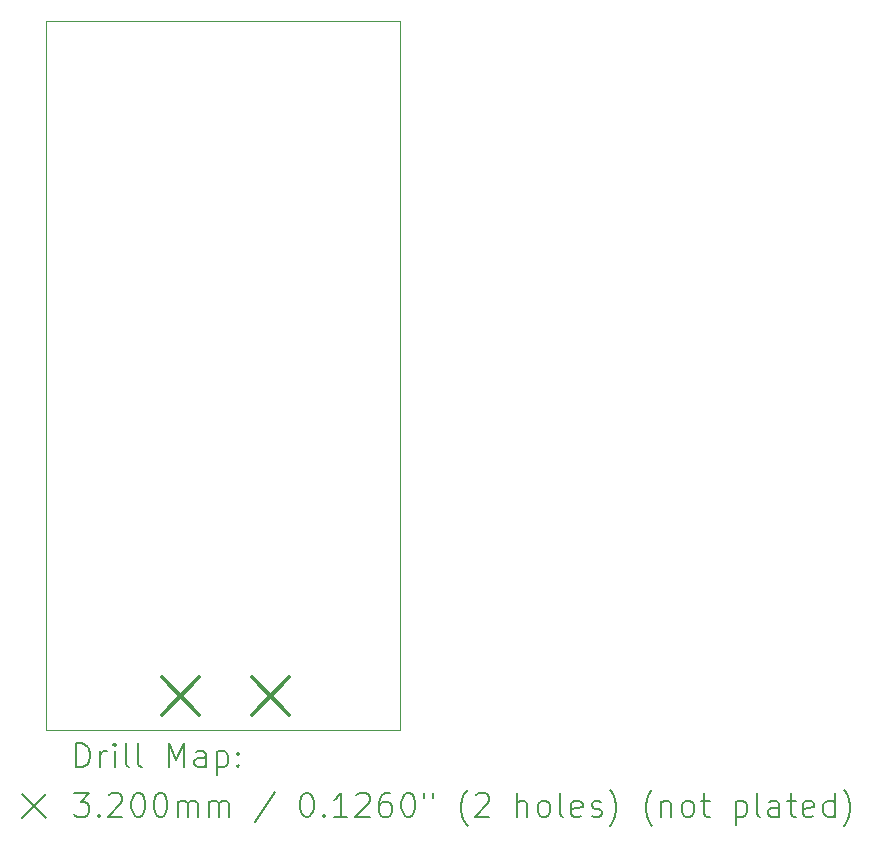
<source format=gbr>
%TF.GenerationSoftware,KiCad,Pcbnew,7.0.9*%
%TF.CreationDate,2024-01-01T22:27:52-05:00*%
%TF.ProjectId,Vex_Debug,5665785f-4465-4627-9567-2e6b69636164,rev?*%
%TF.SameCoordinates,Original*%
%TF.FileFunction,Drillmap*%
%TF.FilePolarity,Positive*%
%FSLAX45Y45*%
G04 Gerber Fmt 4.5, Leading zero omitted, Abs format (unit mm)*
G04 Created by KiCad (PCBNEW 7.0.9) date 2024-01-01 22:27:52*
%MOMM*%
%LPD*%
G01*
G04 APERTURE LIST*
%ADD10C,0.100000*%
%ADD11C,0.200000*%
%ADD12C,0.320000*%
G04 APERTURE END LIST*
D10*
X10200000Y-5200000D02*
X13200000Y-5200000D01*
X13200000Y-11200000D01*
X10200000Y-11200000D01*
X10200000Y-5200000D01*
D11*
D12*
X11178000Y-10755000D02*
X11498000Y-11075000D01*
X11498000Y-10755000D02*
X11178000Y-11075000D01*
X11940000Y-10755000D02*
X12260000Y-11075000D01*
X12260000Y-10755000D02*
X11940000Y-11075000D01*
D11*
X10455777Y-11516484D02*
X10455777Y-11316484D01*
X10455777Y-11316484D02*
X10503396Y-11316484D01*
X10503396Y-11316484D02*
X10531967Y-11326008D01*
X10531967Y-11326008D02*
X10551015Y-11345055D01*
X10551015Y-11345055D02*
X10560539Y-11364103D01*
X10560539Y-11364103D02*
X10570063Y-11402198D01*
X10570063Y-11402198D02*
X10570063Y-11430769D01*
X10570063Y-11430769D02*
X10560539Y-11468865D01*
X10560539Y-11468865D02*
X10551015Y-11487912D01*
X10551015Y-11487912D02*
X10531967Y-11506960D01*
X10531967Y-11506960D02*
X10503396Y-11516484D01*
X10503396Y-11516484D02*
X10455777Y-11516484D01*
X10655777Y-11516484D02*
X10655777Y-11383150D01*
X10655777Y-11421246D02*
X10665301Y-11402198D01*
X10665301Y-11402198D02*
X10674824Y-11392674D01*
X10674824Y-11392674D02*
X10693872Y-11383150D01*
X10693872Y-11383150D02*
X10712920Y-11383150D01*
X10779586Y-11516484D02*
X10779586Y-11383150D01*
X10779586Y-11316484D02*
X10770063Y-11326008D01*
X10770063Y-11326008D02*
X10779586Y-11335531D01*
X10779586Y-11335531D02*
X10789110Y-11326008D01*
X10789110Y-11326008D02*
X10779586Y-11316484D01*
X10779586Y-11316484D02*
X10779586Y-11335531D01*
X10903396Y-11516484D02*
X10884348Y-11506960D01*
X10884348Y-11506960D02*
X10874824Y-11487912D01*
X10874824Y-11487912D02*
X10874824Y-11316484D01*
X11008158Y-11516484D02*
X10989110Y-11506960D01*
X10989110Y-11506960D02*
X10979586Y-11487912D01*
X10979586Y-11487912D02*
X10979586Y-11316484D01*
X11236729Y-11516484D02*
X11236729Y-11316484D01*
X11236729Y-11316484D02*
X11303396Y-11459341D01*
X11303396Y-11459341D02*
X11370062Y-11316484D01*
X11370062Y-11316484D02*
X11370062Y-11516484D01*
X11551015Y-11516484D02*
X11551015Y-11411722D01*
X11551015Y-11411722D02*
X11541491Y-11392674D01*
X11541491Y-11392674D02*
X11522443Y-11383150D01*
X11522443Y-11383150D02*
X11484348Y-11383150D01*
X11484348Y-11383150D02*
X11465301Y-11392674D01*
X11551015Y-11506960D02*
X11531967Y-11516484D01*
X11531967Y-11516484D02*
X11484348Y-11516484D01*
X11484348Y-11516484D02*
X11465301Y-11506960D01*
X11465301Y-11506960D02*
X11455777Y-11487912D01*
X11455777Y-11487912D02*
X11455777Y-11468865D01*
X11455777Y-11468865D02*
X11465301Y-11449817D01*
X11465301Y-11449817D02*
X11484348Y-11440293D01*
X11484348Y-11440293D02*
X11531967Y-11440293D01*
X11531967Y-11440293D02*
X11551015Y-11430769D01*
X11646253Y-11383150D02*
X11646253Y-11583150D01*
X11646253Y-11392674D02*
X11665301Y-11383150D01*
X11665301Y-11383150D02*
X11703396Y-11383150D01*
X11703396Y-11383150D02*
X11722443Y-11392674D01*
X11722443Y-11392674D02*
X11731967Y-11402198D01*
X11731967Y-11402198D02*
X11741491Y-11421246D01*
X11741491Y-11421246D02*
X11741491Y-11478388D01*
X11741491Y-11478388D02*
X11731967Y-11497436D01*
X11731967Y-11497436D02*
X11722443Y-11506960D01*
X11722443Y-11506960D02*
X11703396Y-11516484D01*
X11703396Y-11516484D02*
X11665301Y-11516484D01*
X11665301Y-11516484D02*
X11646253Y-11506960D01*
X11827205Y-11497436D02*
X11836729Y-11506960D01*
X11836729Y-11506960D02*
X11827205Y-11516484D01*
X11827205Y-11516484D02*
X11817682Y-11506960D01*
X11817682Y-11506960D02*
X11827205Y-11497436D01*
X11827205Y-11497436D02*
X11827205Y-11516484D01*
X11827205Y-11392674D02*
X11836729Y-11402198D01*
X11836729Y-11402198D02*
X11827205Y-11411722D01*
X11827205Y-11411722D02*
X11817682Y-11402198D01*
X11817682Y-11402198D02*
X11827205Y-11392674D01*
X11827205Y-11392674D02*
X11827205Y-11411722D01*
X9995000Y-11745000D02*
X10195000Y-11945000D01*
X10195000Y-11745000D02*
X9995000Y-11945000D01*
X10436729Y-11736484D02*
X10560539Y-11736484D01*
X10560539Y-11736484D02*
X10493872Y-11812674D01*
X10493872Y-11812674D02*
X10522444Y-11812674D01*
X10522444Y-11812674D02*
X10541491Y-11822198D01*
X10541491Y-11822198D02*
X10551015Y-11831722D01*
X10551015Y-11831722D02*
X10560539Y-11850769D01*
X10560539Y-11850769D02*
X10560539Y-11898388D01*
X10560539Y-11898388D02*
X10551015Y-11917436D01*
X10551015Y-11917436D02*
X10541491Y-11926960D01*
X10541491Y-11926960D02*
X10522444Y-11936484D01*
X10522444Y-11936484D02*
X10465301Y-11936484D01*
X10465301Y-11936484D02*
X10446253Y-11926960D01*
X10446253Y-11926960D02*
X10436729Y-11917436D01*
X10646253Y-11917436D02*
X10655777Y-11926960D01*
X10655777Y-11926960D02*
X10646253Y-11936484D01*
X10646253Y-11936484D02*
X10636729Y-11926960D01*
X10636729Y-11926960D02*
X10646253Y-11917436D01*
X10646253Y-11917436D02*
X10646253Y-11936484D01*
X10731967Y-11755531D02*
X10741491Y-11746008D01*
X10741491Y-11746008D02*
X10760539Y-11736484D01*
X10760539Y-11736484D02*
X10808158Y-11736484D01*
X10808158Y-11736484D02*
X10827205Y-11746008D01*
X10827205Y-11746008D02*
X10836729Y-11755531D01*
X10836729Y-11755531D02*
X10846253Y-11774579D01*
X10846253Y-11774579D02*
X10846253Y-11793627D01*
X10846253Y-11793627D02*
X10836729Y-11822198D01*
X10836729Y-11822198D02*
X10722444Y-11936484D01*
X10722444Y-11936484D02*
X10846253Y-11936484D01*
X10970063Y-11736484D02*
X10989110Y-11736484D01*
X10989110Y-11736484D02*
X11008158Y-11746008D01*
X11008158Y-11746008D02*
X11017682Y-11755531D01*
X11017682Y-11755531D02*
X11027205Y-11774579D01*
X11027205Y-11774579D02*
X11036729Y-11812674D01*
X11036729Y-11812674D02*
X11036729Y-11860293D01*
X11036729Y-11860293D02*
X11027205Y-11898388D01*
X11027205Y-11898388D02*
X11017682Y-11917436D01*
X11017682Y-11917436D02*
X11008158Y-11926960D01*
X11008158Y-11926960D02*
X10989110Y-11936484D01*
X10989110Y-11936484D02*
X10970063Y-11936484D01*
X10970063Y-11936484D02*
X10951015Y-11926960D01*
X10951015Y-11926960D02*
X10941491Y-11917436D01*
X10941491Y-11917436D02*
X10931967Y-11898388D01*
X10931967Y-11898388D02*
X10922444Y-11860293D01*
X10922444Y-11860293D02*
X10922444Y-11812674D01*
X10922444Y-11812674D02*
X10931967Y-11774579D01*
X10931967Y-11774579D02*
X10941491Y-11755531D01*
X10941491Y-11755531D02*
X10951015Y-11746008D01*
X10951015Y-11746008D02*
X10970063Y-11736484D01*
X11160539Y-11736484D02*
X11179586Y-11736484D01*
X11179586Y-11736484D02*
X11198634Y-11746008D01*
X11198634Y-11746008D02*
X11208158Y-11755531D01*
X11208158Y-11755531D02*
X11217682Y-11774579D01*
X11217682Y-11774579D02*
X11227205Y-11812674D01*
X11227205Y-11812674D02*
X11227205Y-11860293D01*
X11227205Y-11860293D02*
X11217682Y-11898388D01*
X11217682Y-11898388D02*
X11208158Y-11917436D01*
X11208158Y-11917436D02*
X11198634Y-11926960D01*
X11198634Y-11926960D02*
X11179586Y-11936484D01*
X11179586Y-11936484D02*
X11160539Y-11936484D01*
X11160539Y-11936484D02*
X11141491Y-11926960D01*
X11141491Y-11926960D02*
X11131967Y-11917436D01*
X11131967Y-11917436D02*
X11122444Y-11898388D01*
X11122444Y-11898388D02*
X11112920Y-11860293D01*
X11112920Y-11860293D02*
X11112920Y-11812674D01*
X11112920Y-11812674D02*
X11122444Y-11774579D01*
X11122444Y-11774579D02*
X11131967Y-11755531D01*
X11131967Y-11755531D02*
X11141491Y-11746008D01*
X11141491Y-11746008D02*
X11160539Y-11736484D01*
X11312920Y-11936484D02*
X11312920Y-11803150D01*
X11312920Y-11822198D02*
X11322443Y-11812674D01*
X11322443Y-11812674D02*
X11341491Y-11803150D01*
X11341491Y-11803150D02*
X11370063Y-11803150D01*
X11370063Y-11803150D02*
X11389110Y-11812674D01*
X11389110Y-11812674D02*
X11398634Y-11831722D01*
X11398634Y-11831722D02*
X11398634Y-11936484D01*
X11398634Y-11831722D02*
X11408158Y-11812674D01*
X11408158Y-11812674D02*
X11427205Y-11803150D01*
X11427205Y-11803150D02*
X11455777Y-11803150D01*
X11455777Y-11803150D02*
X11474824Y-11812674D01*
X11474824Y-11812674D02*
X11484348Y-11831722D01*
X11484348Y-11831722D02*
X11484348Y-11936484D01*
X11579586Y-11936484D02*
X11579586Y-11803150D01*
X11579586Y-11822198D02*
X11589110Y-11812674D01*
X11589110Y-11812674D02*
X11608158Y-11803150D01*
X11608158Y-11803150D02*
X11636729Y-11803150D01*
X11636729Y-11803150D02*
X11655777Y-11812674D01*
X11655777Y-11812674D02*
X11665301Y-11831722D01*
X11665301Y-11831722D02*
X11665301Y-11936484D01*
X11665301Y-11831722D02*
X11674824Y-11812674D01*
X11674824Y-11812674D02*
X11693872Y-11803150D01*
X11693872Y-11803150D02*
X11722443Y-11803150D01*
X11722443Y-11803150D02*
X11741491Y-11812674D01*
X11741491Y-11812674D02*
X11751015Y-11831722D01*
X11751015Y-11831722D02*
X11751015Y-11936484D01*
X12141491Y-11726960D02*
X11970063Y-11984103D01*
X12398634Y-11736484D02*
X12417682Y-11736484D01*
X12417682Y-11736484D02*
X12436729Y-11746008D01*
X12436729Y-11746008D02*
X12446253Y-11755531D01*
X12446253Y-11755531D02*
X12455777Y-11774579D01*
X12455777Y-11774579D02*
X12465301Y-11812674D01*
X12465301Y-11812674D02*
X12465301Y-11860293D01*
X12465301Y-11860293D02*
X12455777Y-11898388D01*
X12455777Y-11898388D02*
X12446253Y-11917436D01*
X12446253Y-11917436D02*
X12436729Y-11926960D01*
X12436729Y-11926960D02*
X12417682Y-11936484D01*
X12417682Y-11936484D02*
X12398634Y-11936484D01*
X12398634Y-11936484D02*
X12379586Y-11926960D01*
X12379586Y-11926960D02*
X12370063Y-11917436D01*
X12370063Y-11917436D02*
X12360539Y-11898388D01*
X12360539Y-11898388D02*
X12351015Y-11860293D01*
X12351015Y-11860293D02*
X12351015Y-11812674D01*
X12351015Y-11812674D02*
X12360539Y-11774579D01*
X12360539Y-11774579D02*
X12370063Y-11755531D01*
X12370063Y-11755531D02*
X12379586Y-11746008D01*
X12379586Y-11746008D02*
X12398634Y-11736484D01*
X12551015Y-11917436D02*
X12560539Y-11926960D01*
X12560539Y-11926960D02*
X12551015Y-11936484D01*
X12551015Y-11936484D02*
X12541491Y-11926960D01*
X12541491Y-11926960D02*
X12551015Y-11917436D01*
X12551015Y-11917436D02*
X12551015Y-11936484D01*
X12751015Y-11936484D02*
X12636729Y-11936484D01*
X12693872Y-11936484D02*
X12693872Y-11736484D01*
X12693872Y-11736484D02*
X12674825Y-11765055D01*
X12674825Y-11765055D02*
X12655777Y-11784103D01*
X12655777Y-11784103D02*
X12636729Y-11793627D01*
X12827206Y-11755531D02*
X12836729Y-11746008D01*
X12836729Y-11746008D02*
X12855777Y-11736484D01*
X12855777Y-11736484D02*
X12903396Y-11736484D01*
X12903396Y-11736484D02*
X12922444Y-11746008D01*
X12922444Y-11746008D02*
X12931967Y-11755531D01*
X12931967Y-11755531D02*
X12941491Y-11774579D01*
X12941491Y-11774579D02*
X12941491Y-11793627D01*
X12941491Y-11793627D02*
X12931967Y-11822198D01*
X12931967Y-11822198D02*
X12817682Y-11936484D01*
X12817682Y-11936484D02*
X12941491Y-11936484D01*
X13112920Y-11736484D02*
X13074825Y-11736484D01*
X13074825Y-11736484D02*
X13055777Y-11746008D01*
X13055777Y-11746008D02*
X13046253Y-11755531D01*
X13046253Y-11755531D02*
X13027206Y-11784103D01*
X13027206Y-11784103D02*
X13017682Y-11822198D01*
X13017682Y-11822198D02*
X13017682Y-11898388D01*
X13017682Y-11898388D02*
X13027206Y-11917436D01*
X13027206Y-11917436D02*
X13036729Y-11926960D01*
X13036729Y-11926960D02*
X13055777Y-11936484D01*
X13055777Y-11936484D02*
X13093872Y-11936484D01*
X13093872Y-11936484D02*
X13112920Y-11926960D01*
X13112920Y-11926960D02*
X13122444Y-11917436D01*
X13122444Y-11917436D02*
X13131967Y-11898388D01*
X13131967Y-11898388D02*
X13131967Y-11850769D01*
X13131967Y-11850769D02*
X13122444Y-11831722D01*
X13122444Y-11831722D02*
X13112920Y-11822198D01*
X13112920Y-11822198D02*
X13093872Y-11812674D01*
X13093872Y-11812674D02*
X13055777Y-11812674D01*
X13055777Y-11812674D02*
X13036729Y-11822198D01*
X13036729Y-11822198D02*
X13027206Y-11831722D01*
X13027206Y-11831722D02*
X13017682Y-11850769D01*
X13255777Y-11736484D02*
X13274825Y-11736484D01*
X13274825Y-11736484D02*
X13293872Y-11746008D01*
X13293872Y-11746008D02*
X13303396Y-11755531D01*
X13303396Y-11755531D02*
X13312920Y-11774579D01*
X13312920Y-11774579D02*
X13322444Y-11812674D01*
X13322444Y-11812674D02*
X13322444Y-11860293D01*
X13322444Y-11860293D02*
X13312920Y-11898388D01*
X13312920Y-11898388D02*
X13303396Y-11917436D01*
X13303396Y-11917436D02*
X13293872Y-11926960D01*
X13293872Y-11926960D02*
X13274825Y-11936484D01*
X13274825Y-11936484D02*
X13255777Y-11936484D01*
X13255777Y-11936484D02*
X13236729Y-11926960D01*
X13236729Y-11926960D02*
X13227206Y-11917436D01*
X13227206Y-11917436D02*
X13217682Y-11898388D01*
X13217682Y-11898388D02*
X13208158Y-11860293D01*
X13208158Y-11860293D02*
X13208158Y-11812674D01*
X13208158Y-11812674D02*
X13217682Y-11774579D01*
X13217682Y-11774579D02*
X13227206Y-11755531D01*
X13227206Y-11755531D02*
X13236729Y-11746008D01*
X13236729Y-11746008D02*
X13255777Y-11736484D01*
X13398634Y-11736484D02*
X13398634Y-11774579D01*
X13474825Y-11736484D02*
X13474825Y-11774579D01*
X13770063Y-12012674D02*
X13760539Y-12003150D01*
X13760539Y-12003150D02*
X13741491Y-11974579D01*
X13741491Y-11974579D02*
X13731968Y-11955531D01*
X13731968Y-11955531D02*
X13722444Y-11926960D01*
X13722444Y-11926960D02*
X13712920Y-11879341D01*
X13712920Y-11879341D02*
X13712920Y-11841246D01*
X13712920Y-11841246D02*
X13722444Y-11793627D01*
X13722444Y-11793627D02*
X13731968Y-11765055D01*
X13731968Y-11765055D02*
X13741491Y-11746008D01*
X13741491Y-11746008D02*
X13760539Y-11717436D01*
X13760539Y-11717436D02*
X13770063Y-11707912D01*
X13836729Y-11755531D02*
X13846253Y-11746008D01*
X13846253Y-11746008D02*
X13865301Y-11736484D01*
X13865301Y-11736484D02*
X13912920Y-11736484D01*
X13912920Y-11736484D02*
X13931968Y-11746008D01*
X13931968Y-11746008D02*
X13941491Y-11755531D01*
X13941491Y-11755531D02*
X13951015Y-11774579D01*
X13951015Y-11774579D02*
X13951015Y-11793627D01*
X13951015Y-11793627D02*
X13941491Y-11822198D01*
X13941491Y-11822198D02*
X13827206Y-11936484D01*
X13827206Y-11936484D02*
X13951015Y-11936484D01*
X14189110Y-11936484D02*
X14189110Y-11736484D01*
X14274825Y-11936484D02*
X14274825Y-11831722D01*
X14274825Y-11831722D02*
X14265301Y-11812674D01*
X14265301Y-11812674D02*
X14246253Y-11803150D01*
X14246253Y-11803150D02*
X14217682Y-11803150D01*
X14217682Y-11803150D02*
X14198634Y-11812674D01*
X14198634Y-11812674D02*
X14189110Y-11822198D01*
X14398634Y-11936484D02*
X14379587Y-11926960D01*
X14379587Y-11926960D02*
X14370063Y-11917436D01*
X14370063Y-11917436D02*
X14360539Y-11898388D01*
X14360539Y-11898388D02*
X14360539Y-11841246D01*
X14360539Y-11841246D02*
X14370063Y-11822198D01*
X14370063Y-11822198D02*
X14379587Y-11812674D01*
X14379587Y-11812674D02*
X14398634Y-11803150D01*
X14398634Y-11803150D02*
X14427206Y-11803150D01*
X14427206Y-11803150D02*
X14446253Y-11812674D01*
X14446253Y-11812674D02*
X14455777Y-11822198D01*
X14455777Y-11822198D02*
X14465301Y-11841246D01*
X14465301Y-11841246D02*
X14465301Y-11898388D01*
X14465301Y-11898388D02*
X14455777Y-11917436D01*
X14455777Y-11917436D02*
X14446253Y-11926960D01*
X14446253Y-11926960D02*
X14427206Y-11936484D01*
X14427206Y-11936484D02*
X14398634Y-11936484D01*
X14579587Y-11936484D02*
X14560539Y-11926960D01*
X14560539Y-11926960D02*
X14551015Y-11907912D01*
X14551015Y-11907912D02*
X14551015Y-11736484D01*
X14731968Y-11926960D02*
X14712920Y-11936484D01*
X14712920Y-11936484D02*
X14674825Y-11936484D01*
X14674825Y-11936484D02*
X14655777Y-11926960D01*
X14655777Y-11926960D02*
X14646253Y-11907912D01*
X14646253Y-11907912D02*
X14646253Y-11831722D01*
X14646253Y-11831722D02*
X14655777Y-11812674D01*
X14655777Y-11812674D02*
X14674825Y-11803150D01*
X14674825Y-11803150D02*
X14712920Y-11803150D01*
X14712920Y-11803150D02*
X14731968Y-11812674D01*
X14731968Y-11812674D02*
X14741491Y-11831722D01*
X14741491Y-11831722D02*
X14741491Y-11850769D01*
X14741491Y-11850769D02*
X14646253Y-11869817D01*
X14817682Y-11926960D02*
X14836730Y-11936484D01*
X14836730Y-11936484D02*
X14874825Y-11936484D01*
X14874825Y-11936484D02*
X14893872Y-11926960D01*
X14893872Y-11926960D02*
X14903396Y-11907912D01*
X14903396Y-11907912D02*
X14903396Y-11898388D01*
X14903396Y-11898388D02*
X14893872Y-11879341D01*
X14893872Y-11879341D02*
X14874825Y-11869817D01*
X14874825Y-11869817D02*
X14846253Y-11869817D01*
X14846253Y-11869817D02*
X14827206Y-11860293D01*
X14827206Y-11860293D02*
X14817682Y-11841246D01*
X14817682Y-11841246D02*
X14817682Y-11831722D01*
X14817682Y-11831722D02*
X14827206Y-11812674D01*
X14827206Y-11812674D02*
X14846253Y-11803150D01*
X14846253Y-11803150D02*
X14874825Y-11803150D01*
X14874825Y-11803150D02*
X14893872Y-11812674D01*
X14970063Y-12012674D02*
X14979587Y-12003150D01*
X14979587Y-12003150D02*
X14998634Y-11974579D01*
X14998634Y-11974579D02*
X15008158Y-11955531D01*
X15008158Y-11955531D02*
X15017682Y-11926960D01*
X15017682Y-11926960D02*
X15027206Y-11879341D01*
X15027206Y-11879341D02*
X15027206Y-11841246D01*
X15027206Y-11841246D02*
X15017682Y-11793627D01*
X15017682Y-11793627D02*
X15008158Y-11765055D01*
X15008158Y-11765055D02*
X14998634Y-11746008D01*
X14998634Y-11746008D02*
X14979587Y-11717436D01*
X14979587Y-11717436D02*
X14970063Y-11707912D01*
X15331968Y-12012674D02*
X15322444Y-12003150D01*
X15322444Y-12003150D02*
X15303396Y-11974579D01*
X15303396Y-11974579D02*
X15293872Y-11955531D01*
X15293872Y-11955531D02*
X15284349Y-11926960D01*
X15284349Y-11926960D02*
X15274825Y-11879341D01*
X15274825Y-11879341D02*
X15274825Y-11841246D01*
X15274825Y-11841246D02*
X15284349Y-11793627D01*
X15284349Y-11793627D02*
X15293872Y-11765055D01*
X15293872Y-11765055D02*
X15303396Y-11746008D01*
X15303396Y-11746008D02*
X15322444Y-11717436D01*
X15322444Y-11717436D02*
X15331968Y-11707912D01*
X15408158Y-11803150D02*
X15408158Y-11936484D01*
X15408158Y-11822198D02*
X15417682Y-11812674D01*
X15417682Y-11812674D02*
X15436730Y-11803150D01*
X15436730Y-11803150D02*
X15465301Y-11803150D01*
X15465301Y-11803150D02*
X15484349Y-11812674D01*
X15484349Y-11812674D02*
X15493872Y-11831722D01*
X15493872Y-11831722D02*
X15493872Y-11936484D01*
X15617682Y-11936484D02*
X15598634Y-11926960D01*
X15598634Y-11926960D02*
X15589111Y-11917436D01*
X15589111Y-11917436D02*
X15579587Y-11898388D01*
X15579587Y-11898388D02*
X15579587Y-11841246D01*
X15579587Y-11841246D02*
X15589111Y-11822198D01*
X15589111Y-11822198D02*
X15598634Y-11812674D01*
X15598634Y-11812674D02*
X15617682Y-11803150D01*
X15617682Y-11803150D02*
X15646253Y-11803150D01*
X15646253Y-11803150D02*
X15665301Y-11812674D01*
X15665301Y-11812674D02*
X15674825Y-11822198D01*
X15674825Y-11822198D02*
X15684349Y-11841246D01*
X15684349Y-11841246D02*
X15684349Y-11898388D01*
X15684349Y-11898388D02*
X15674825Y-11917436D01*
X15674825Y-11917436D02*
X15665301Y-11926960D01*
X15665301Y-11926960D02*
X15646253Y-11936484D01*
X15646253Y-11936484D02*
X15617682Y-11936484D01*
X15741492Y-11803150D02*
X15817682Y-11803150D01*
X15770063Y-11736484D02*
X15770063Y-11907912D01*
X15770063Y-11907912D02*
X15779587Y-11926960D01*
X15779587Y-11926960D02*
X15798634Y-11936484D01*
X15798634Y-11936484D02*
X15817682Y-11936484D01*
X16036730Y-11803150D02*
X16036730Y-12003150D01*
X16036730Y-11812674D02*
X16055777Y-11803150D01*
X16055777Y-11803150D02*
X16093873Y-11803150D01*
X16093873Y-11803150D02*
X16112920Y-11812674D01*
X16112920Y-11812674D02*
X16122444Y-11822198D01*
X16122444Y-11822198D02*
X16131968Y-11841246D01*
X16131968Y-11841246D02*
X16131968Y-11898388D01*
X16131968Y-11898388D02*
X16122444Y-11917436D01*
X16122444Y-11917436D02*
X16112920Y-11926960D01*
X16112920Y-11926960D02*
X16093873Y-11936484D01*
X16093873Y-11936484D02*
X16055777Y-11936484D01*
X16055777Y-11936484D02*
X16036730Y-11926960D01*
X16246253Y-11936484D02*
X16227206Y-11926960D01*
X16227206Y-11926960D02*
X16217682Y-11907912D01*
X16217682Y-11907912D02*
X16217682Y-11736484D01*
X16408158Y-11936484D02*
X16408158Y-11831722D01*
X16408158Y-11831722D02*
X16398634Y-11812674D01*
X16398634Y-11812674D02*
X16379587Y-11803150D01*
X16379587Y-11803150D02*
X16341492Y-11803150D01*
X16341492Y-11803150D02*
X16322444Y-11812674D01*
X16408158Y-11926960D02*
X16389111Y-11936484D01*
X16389111Y-11936484D02*
X16341492Y-11936484D01*
X16341492Y-11936484D02*
X16322444Y-11926960D01*
X16322444Y-11926960D02*
X16312920Y-11907912D01*
X16312920Y-11907912D02*
X16312920Y-11888865D01*
X16312920Y-11888865D02*
X16322444Y-11869817D01*
X16322444Y-11869817D02*
X16341492Y-11860293D01*
X16341492Y-11860293D02*
X16389111Y-11860293D01*
X16389111Y-11860293D02*
X16408158Y-11850769D01*
X16474825Y-11803150D02*
X16551015Y-11803150D01*
X16503396Y-11736484D02*
X16503396Y-11907912D01*
X16503396Y-11907912D02*
X16512920Y-11926960D01*
X16512920Y-11926960D02*
X16531968Y-11936484D01*
X16531968Y-11936484D02*
X16551015Y-11936484D01*
X16693873Y-11926960D02*
X16674825Y-11936484D01*
X16674825Y-11936484D02*
X16636730Y-11936484D01*
X16636730Y-11936484D02*
X16617682Y-11926960D01*
X16617682Y-11926960D02*
X16608158Y-11907912D01*
X16608158Y-11907912D02*
X16608158Y-11831722D01*
X16608158Y-11831722D02*
X16617682Y-11812674D01*
X16617682Y-11812674D02*
X16636730Y-11803150D01*
X16636730Y-11803150D02*
X16674825Y-11803150D01*
X16674825Y-11803150D02*
X16693873Y-11812674D01*
X16693873Y-11812674D02*
X16703396Y-11831722D01*
X16703396Y-11831722D02*
X16703396Y-11850769D01*
X16703396Y-11850769D02*
X16608158Y-11869817D01*
X16874825Y-11936484D02*
X16874825Y-11736484D01*
X16874825Y-11926960D02*
X16855777Y-11936484D01*
X16855777Y-11936484D02*
X16817682Y-11936484D01*
X16817682Y-11936484D02*
X16798635Y-11926960D01*
X16798635Y-11926960D02*
X16789111Y-11917436D01*
X16789111Y-11917436D02*
X16779587Y-11898388D01*
X16779587Y-11898388D02*
X16779587Y-11841246D01*
X16779587Y-11841246D02*
X16789111Y-11822198D01*
X16789111Y-11822198D02*
X16798635Y-11812674D01*
X16798635Y-11812674D02*
X16817682Y-11803150D01*
X16817682Y-11803150D02*
X16855777Y-11803150D01*
X16855777Y-11803150D02*
X16874825Y-11812674D01*
X16951016Y-12012674D02*
X16960539Y-12003150D01*
X16960539Y-12003150D02*
X16979587Y-11974579D01*
X16979587Y-11974579D02*
X16989111Y-11955531D01*
X16989111Y-11955531D02*
X16998635Y-11926960D01*
X16998635Y-11926960D02*
X17008158Y-11879341D01*
X17008158Y-11879341D02*
X17008158Y-11841246D01*
X17008158Y-11841246D02*
X16998635Y-11793627D01*
X16998635Y-11793627D02*
X16989111Y-11765055D01*
X16989111Y-11765055D02*
X16979587Y-11746008D01*
X16979587Y-11746008D02*
X16960539Y-11717436D01*
X16960539Y-11717436D02*
X16951016Y-11707912D01*
M02*

</source>
